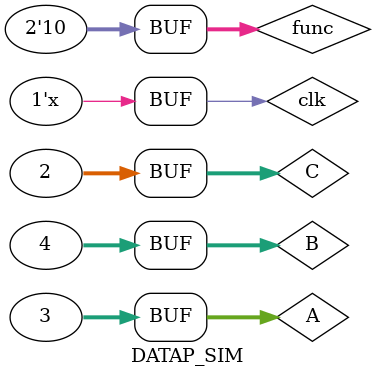
<source format=v>
`timescale 1ns / 1ps
module DATAP_SIM();

parameter bits = 32;

//inputs to datapath
reg [bits-1:0] A,B,C;
reg [1:0] func;
reg clk;

always #5 clk = ~clk;
initial clk = 1'b0;

//outputs from datapath
wire [bits*2-1:0] mult_out_reg, result;
wire [1:0] func_reg;
wire [bits-1:0] c_reg;

DATAP #(bits) UUT(
.clk(clk),
.func(func),
.A(A),
.B(B),
.C(C),

.result(result),
.func_reg(func_reg),
.mult_out_reg(mult_out_reg),
.c_reg(c_reg)
);

initial begin

    //test 1
    A = 32'h0000_0002;
    B = 32'h0000_0007;
    C = 32'h0000_0001;
    
    func = 2'b00; // A * B    
    #10;    
    func = 2'b01; // A + C    
    #10;    
    func = 2'b10; // A*B+
    
    #10;
    
    //test2
    A = 32'h0000_0003;
    B = 32'h0000_0004;
    C = 32'h0000_0002;
    
    func = 2'b00; // A * B    
    #10;    
    func = 2'b01; // A + C    
    #10;    
    func = 2'b10; // A*B+   
    

end


endmodule
</source>
